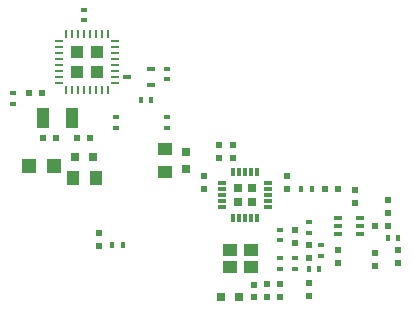
<source format=gbr>
G04 #@! TF.FileFunction,Paste,Top*
%FSLAX46Y46*%
G04 Gerber Fmt 4.6, Leading zero omitted, Abs format (unit mm)*
G04 Created by KiCad (PCBNEW 4.0.2+dfsg1-stable) date ven 12 ott 2018 15:59:41 CEST*
%MOMM*%
G01*
G04 APERTURE LIST*
%ADD10C,0.100000*%
%ADD11R,0.600000X0.500000*%
%ADD12R,0.750000X0.800000*%
%ADD13R,0.800000X0.750000*%
%ADD14R,0.500000X0.600000*%
%ADD15R,1.250000X1.000000*%
%ADD16R,1.000000X1.250000*%
%ADD17R,1.198880X1.198880*%
%ADD18R,0.600000X0.400000*%
%ADD19R,0.400000X0.600000*%
%ADD20R,0.711200X0.457200*%
%ADD21R,1.150000X1.000000*%
%ADD22R,1.000000X1.800000*%
%ADD23R,0.730000X0.300000*%
%ADD24R,0.300000X0.730000*%
%ADD25R,0.750000X0.750000*%
%ADD26R,0.700000X0.250000*%
%ADD27R,0.250000X0.700000*%
%ADD28R,1.035000X1.035000*%
%ADD29R,0.650000X0.400000*%
G04 APERTURE END LIST*
D10*
D11*
X159442240Y-92766960D03*
X158342240Y-92766960D03*
D12*
X142344140Y-87982300D03*
X142344140Y-86482300D03*
D13*
X134487202Y-86963456D03*
X132987202Y-86963456D03*
D14*
X156636720Y-90797280D03*
X156636720Y-89697280D03*
X145186400Y-86997440D03*
X145186400Y-85897440D03*
D13*
X145372960Y-98796920D03*
X146872960Y-98796920D03*
D14*
X146367500Y-87010140D03*
X146367500Y-85910140D03*
X150947120Y-89647840D03*
X150947120Y-88547840D03*
X150324820Y-97718600D03*
X150324820Y-98818600D03*
X149263100Y-97719780D03*
X149263100Y-98819780D03*
X151597360Y-94198340D03*
X151597360Y-93098340D03*
X152778460Y-97601760D03*
X152778460Y-98701760D03*
X152803860Y-95508980D03*
X152803860Y-94408980D03*
X148137880Y-97721140D03*
X148137880Y-98821140D03*
D15*
X140555980Y-88232300D03*
X140555980Y-86232300D03*
D14*
X143868140Y-89660720D03*
X143868140Y-88560720D03*
D11*
X155202980Y-89640220D03*
X154102980Y-89640220D03*
D14*
X158335980Y-95066840D03*
X158335980Y-96166840D03*
X155219400Y-95940780D03*
X155219400Y-94840780D03*
D16*
X134770222Y-88718596D03*
X132770222Y-88718596D03*
D14*
X159440880Y-91629220D03*
X159440880Y-90529220D03*
D11*
X134232682Y-85299756D03*
X133132682Y-85299756D03*
D14*
X160342580Y-94830620D03*
X160342580Y-95930620D03*
D11*
X131349602Y-85284516D03*
X130249602Y-85284516D03*
X129107962Y-81535476D03*
X130207962Y-81535476D03*
D14*
X135031480Y-94421860D03*
X135031480Y-93321860D03*
D17*
X131213860Y-87674260D03*
X129115820Y-87674260D03*
D18*
X150332440Y-93094620D03*
X150332440Y-93994620D03*
D19*
X153001980Y-89647840D03*
X152101980Y-89647840D03*
X160337500Y-93805820D03*
X159437500Y-93805820D03*
X153670840Y-96396620D03*
X152770840Y-96396620D03*
D18*
X151599900Y-96409320D03*
X151599900Y-95509320D03*
X153812240Y-95310340D03*
X153812240Y-94410340D03*
D20*
X139409022Y-80809036D03*
X139409022Y-79488236D03*
X137377022Y-80148636D03*
D21*
X147876260Y-94818820D03*
X146126260Y-94818820D03*
X146126260Y-96218820D03*
X147876260Y-96218820D03*
D22*
X132744382Y-83636056D03*
X130244382Y-83636056D03*
D18*
X152803860Y-93331260D03*
X152803860Y-92431260D03*
X140757762Y-79462836D03*
X140757762Y-80362836D03*
X136414362Y-83547156D03*
X136414362Y-84447156D03*
X140790782Y-83556896D03*
X140790782Y-84456896D03*
D19*
X139419602Y-82119676D03*
X138519602Y-82119676D03*
X137010560Y-94412880D03*
X136110560Y-94412880D03*
D18*
X127750422Y-81545216D03*
X127750422Y-82445216D03*
X150334980Y-96409320D03*
X150334980Y-95509320D03*
X133747362Y-75361156D03*
X133747362Y-74461156D03*
D23*
X149338180Y-91148380D03*
X149338180Y-90648380D03*
X149338180Y-90148380D03*
X149338180Y-89648380D03*
X149338180Y-89148380D03*
D24*
X148373180Y-88183380D03*
X147873180Y-88183380D03*
X147373180Y-88183380D03*
X146873180Y-88183380D03*
X146373180Y-88183380D03*
D23*
X145408180Y-89148380D03*
X145408180Y-89648380D03*
X145408180Y-90148380D03*
X145408180Y-90648380D03*
X145408180Y-91148380D03*
D24*
X146373180Y-92113380D03*
X146873180Y-92113380D03*
X147373180Y-92113380D03*
X147873180Y-92113380D03*
X148373180Y-92113380D03*
D25*
X146748180Y-89523380D03*
X146748180Y-90773380D03*
X147998180Y-89523380D03*
X147998180Y-90773380D03*
D26*
X136397722Y-80635156D03*
X136397722Y-80135156D03*
X136397722Y-79635156D03*
X136397722Y-79135156D03*
X136397722Y-78635156D03*
X136397722Y-78135156D03*
X136397722Y-77635156D03*
X136397722Y-77135156D03*
D27*
X135747722Y-76485156D03*
X135247722Y-76485156D03*
X134747722Y-76485156D03*
X134247722Y-76485156D03*
X133747722Y-76485156D03*
X133247722Y-76485156D03*
X132747722Y-76485156D03*
X132247722Y-76485156D03*
D26*
X131597722Y-77135156D03*
X131597722Y-77635156D03*
X131597722Y-78135156D03*
X131597722Y-78635156D03*
X131597722Y-79135156D03*
X131597722Y-79635156D03*
X131597722Y-80135156D03*
X131597722Y-80635156D03*
D27*
X132247722Y-81285156D03*
X132747722Y-81285156D03*
X133247722Y-81285156D03*
X133747722Y-81285156D03*
X134247722Y-81285156D03*
X134747722Y-81285156D03*
X135247722Y-81285156D03*
X135747722Y-81285156D03*
D28*
X133135222Y-78022656D03*
X133135222Y-79747656D03*
X134860222Y-78022656D03*
X134860222Y-79747656D03*
D29*
X155216820Y-92132200D03*
X155216820Y-93432200D03*
X157116820Y-92782200D03*
X155216820Y-92782200D03*
X157116820Y-93432200D03*
X157116820Y-92132200D03*
M02*

</source>
